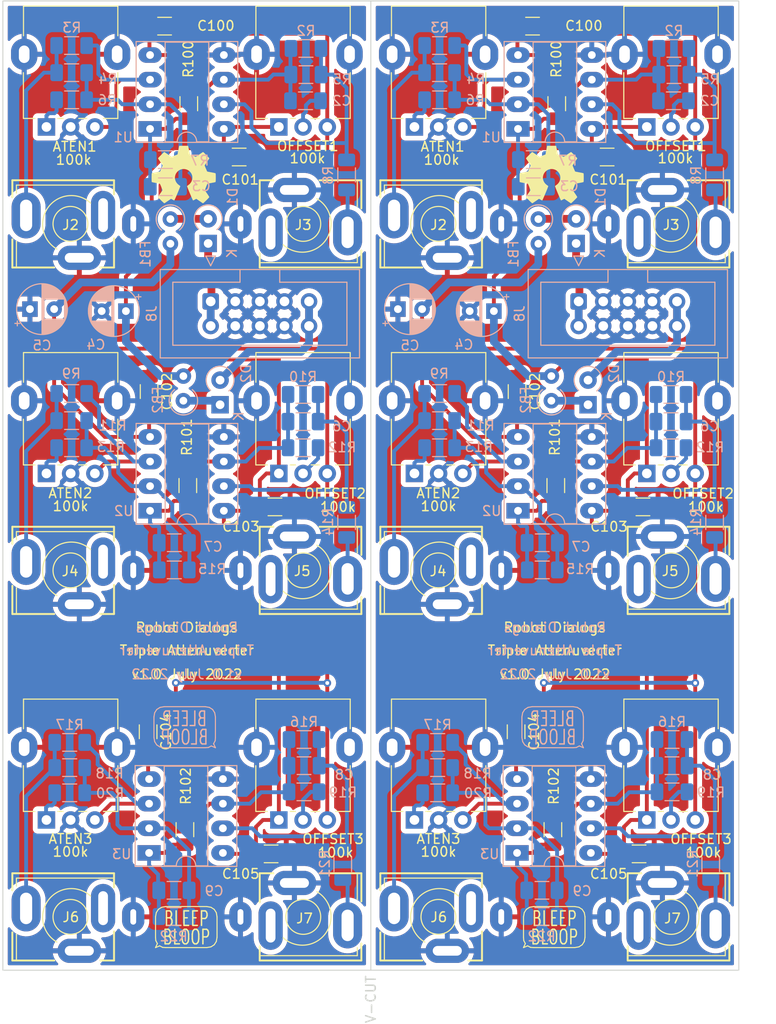
<source format=kicad_pcb>
(kicad_pcb (version 20211014) (generator pcbnew)
  (title_block (title "Triple Attenuverter") (date "2022-07-05") (rev "1.0") (company "RobotDialogs") (comment 1 "This deisgn is by Befaco, see their Dual Attenuverter v2."))
  (layers (0 "F.Cu" signal) (31 "B.Cu" signal) (34 "B.Paste" user) (35 "F.Paste" user) (36 "B.SilkS" user "B.Silkscreen") (37 "F.SilkS" user "F.Silkscreen") (38 "B.Mask" user) (39 "F.Mask" user) (44 "Edge.Cuts" user))
  (net 0 "")
  (net 1 "+12V")
  (net 2 "GND")
  (net 3 "-12V")
  (net 4 "Net-(ATEN1-Pad1)")
  (net 5 "Net-(ATEN1-Pad3)")
  (net 6 "-12VA")
  (net 7 "Net-(C2-Pad1)")
  (net 8 "Net-(C2-Pad2)")
  (net 9 "+12VA")
  (net 10 "Net-(C3-Pad1)")
  (net 11 "Net-(C3-Pad2)")
  (net 12 "Net-(C6-Pad1)")
  (net 13 "Net-(C6-Pad2)")
  (net 14 "/Attenuverter Block/IN")
  (net 16 "/Attenuverter Block/OUT")
  (net 18 "Net-(OFFSET1-Pad2)")
  (net 19 "Net-(ATEN2-Pad1)")
  (net 20 "Net-(ATEN2-Pad3)")
  (net 21 "Net-(ATEN3-Pad1)")
  (net 22 "Net-(ATEN3-Pad3)")
  (net 23 "Net-(C9-Pad1)")
  (net 24 "Net-(C9-Pad2)")
  (net 25 "Net-(C7-Pad1)")
  (net 26 "Net-(C7-Pad2)")
  (net 27 "Net-(C8-Pad1)")
  (net 28 "Net-(C8-Pad2)")
  (net 29 "Net-(D1-Pad2)")
  (net 30 "Net-(D2-Pad1)")
  (net 31 "/Attenuverter Block1/IN")
  (net 33 "/Attenuverter Block1/OUT")
  (net 35 "/Attenuverter Block2/IN")
  (net 37 "/Attenuverter Block2/OUT")
  (net 39 "Net-(OFFSET2-Pad2)")
  (net 40 "Net-(OFFSET3-Pad2)")
  (footprint "Capacitor_SMD:C_1206_3216Metric_Pad1.33x1.80mm_HandSolder" (layer "F.Cu") (at 164.4 66.1)
    (fp_text reference "C101")
    (fp_text value "10nF")
  )
  (footprint "My Stuff:Potentiometer_Alpha_RD901F-40-00D_Single_Vertical_w_3d" (layer "F.Cu") (at 147 91.25 90)
    (fp_text reference "ATEN2")
    (fp_text value "100k")
  )
  (footprint "My Stuff:Jack_3.5mm_MJ-355W_and_PJ398SM_Vertical" (layer "F.Cu") (at 171 73 -90)
    (fp_text reference "J3")
    (fp_text value "AudioJack2_SwitchT")
  )
  (footprint "My Stuff:Jack_3.5mm_MJ-355W_and_PJ398SM_Vertical" (layer "F.Cu") (at 209 73 -90)
    (fp_text reference "J3")
    (fp_text value "AudioJack2_SwitchT")
  )
  (footprint "Capacitor_SMD:C_1206_3216Metric_Pad1.33x1.80mm_HandSolder" (layer "F.Cu") (at 156.7 52.6 180)
    (fp_text reference "C100")
    (fp_text value "10nF")
  )
  (footprint "My Stuff:Potentiometer_Alpha_RD901F-40-00D_Single_Vertical_w_3d" (layer "F.Cu") (at 185 55.5 90)
    (fp_text reference "ATEN1")
    (fp_text value "100k")
  )
  (footprint "Resistor_SMD:R_1206_3216Metric_Pad1.30x1.75mm_HandSolder" (layer "F.Cu") (at 159.1 100 90)
    (fp_text reference "R101")
    (fp_text value "10k")
  )
  (footprint "My Stuff:Potentiometer_Alpha_RD901F-40-00D_Single_Vertical_w_3d" (layer "F.Cu") (at 209 91.25 90)
    (fp_text reference "OFFSET2")
    (fp_text value "100k")
  )
  (footprint "Capacitor_SMD:C_1206_3216Metric_Pad1.33x1.80mm_HandSolder" (layer "F.Cu") (at 155.1 90.3 -90)
    (fp_text reference "C102")
    (fp_text value "10nF")
  )
  (footprint "My Stuff:Jack_3.5mm_MJ-355W_and_PJ398SM_Vertical" (layer "F.Cu") (at 185 73 90)
    (fp_text reference "J2")
    (fp_text value "AudioJack2_SwitchT")
  )
  (footprint "Capacitor_SMD:C_1206_3216Metric_Pad1.33x1.80mm_HandSolder" (layer "F.Cu") (at 193 125.4 -90)
    (fp_text reference "C104")
    (fp_text value "10nF")
  )
  (footprint "My Stuff:Logo1" (layer "F.Cu") (at 158.916281 145.541669)
    (fp_text reference "LOGO102" hide)
    (fp_text value "logo1" hide)
  )
  (footprint "My Stuff:Potentiometer_Alpha_RD901F-40-00D_Single_Vertical_w_3d" (layer "F.Cu") (at 171 55.5 90)
    (fp_text reference "OFFSET1")
    (fp_text value "100k")
  )
  (footprint "My Stuff:Jack_3.5mm_MJ-355W_and_PJ398SM_Vertical" (layer "F.Cu") (at 185 108.75 90)
    (fp_text reference "J4")
    (fp_text value "AudioJack2_SwitchT")
  )
  (footprint "My Stuff:Jack_3.5mm_MJ-355W_and_PJ398SM_Vertical" (layer "F.Cu") (at 209 108.75 -90)
    (fp_text reference "J5")
    (fp_text value "AudioJack2_SwitchT")
  )
  (footprint "Capacitor_SMD:C_1206_3216Metric_Pad1.33x1.80mm_HandSolder" (layer "F.Cu") (at 168.1 102.2)
    (fp_text reference "C103")
    (fp_text value "10nF")
  )
  (footprint "Capacitor_SMD:C_1206_3216Metric_Pad1.33x1.80mm_HandSolder" (layer "F.Cu") (at 193.1 90.3 -90)
    (fp_text reference "C102")
    (fp_text value "10nF")
  )
  (footprint "Resistor_SMD:R_1206_3216Metric_Pad1.30x1.75mm_HandSolder" (layer "F.Cu") (at 196.8 135.5 90)
    (fp_text reference "R102")
    (fp_text value "10k")
  )
  (footprint "Capacitor_SMD:C_1206_3216Metric_Pad1.33x1.80mm_HandSolder" (layer "F.Cu") (at 155 125.4 -90)
    (fp_text reference "C104")
    (fp_text value "10nF")
  )
  (footprint "Resistor_SMD:R_1206_3216Metric_Pad1.30x1.75mm_HandSolder" (layer "F.Cu") (at 197.1 100 90)
    (fp_text reference "R101")
    (fp_text value "10k")
  )
  (footprint "My Stuff:Logo1" (layer "F.Cu") (at 196.916281 145.541669)
    (fp_text reference "LOGO102" hide)
    (fp_text value "logo1" hide)
  )
  (footprint "My Stuff:Jack_3.5mm_MJ-355W_and_PJ398SM_Vertical" (layer "F.Cu") (at 147 73 90)
    (fp_text reference "J2")
    (fp_text value "AudioJack2_SwitchT")
  )
  (footprint "My Stuff:Potentiometer_Alpha_RD901F-40-00D_Single_Vertical_w_3d" (layer "F.Cu") (at 209 55.5 90)
    (fp_text reference "OFFSET1")
    (fp_text value "100k")
  )
  (footprint "Capacitor_SMD:C_1206_3216Metric_Pad1.33x1.80mm_HandSolder" (layer "F.Cu") (at 206.1 102.2)
    (fp_text reference "C103")
    (fp_text value "10nF")
  )
  (footprint "My Stuff:Jack_3.5mm_MJ-355W_and_PJ398SM_Vertical" (layer "F.Cu") (at 209 144.5 -90)
    (fp_text reference "J7")
    (fp_text value "AudioJack2_SwitchT")
  )
  (footprint "My Stuff:Jack_3.5mm_MJ-355W_and_PJ398SM_Vertical" (layer "F.Cu") (at 185 144.5 90)
    (fp_text reference "J6")
    (fp_text value "AudioJack2_SwitchT")
  )
  (footprint "Resistor_SMD:R_1206_3216Metric_Pad1.30x1.75mm_HandSolder" (layer "F.Cu") (at 197.2 60.6 90)
    (fp_text reference "R100")
    (fp_text value "10k")
  )
  (footprint "My Stuff:Potentiometer_Alpha_RD901F-40-00D_Single_Vertical_w_3d" (layer "F.Cu") (at 209 127 90)
    (fp_text reference "OFFSET3")
    (fp_text value "100k")
  )
  (footprint "My Stuff:Potentiometer_Alpha_RD901F-40-00D_Single_Vertical_w_3d" (layer "F.Cu") (at 147 55.5 90)
    (fp_text reference "ATEN1")
    (fp_text value "100k")
  )
  (footprint "My Stuff:Jack_3.5mm_MJ-355W_and_PJ398SM_Vertical" (layer "F.Cu") (at 147 108.75 90)
    (fp_text reference "J4")
    (fp_text value "AudioJack2_SwitchT")
  )
  (footprint "Capacitor_SMD:C_1206_3216Metric_Pad1.33x1.80mm_HandSolder" (layer "F.Cu") (at 194.7 52.6 180)
    (fp_text reference "C100")
    (fp_text value "10nF")
  )
  (footprint "My Stuff:Jack_3.5mm_MJ-355W_and_PJ398SM_Vertical" (layer "F.Cu") (at 171 144.5 -90)
    (fp_text reference "J7")
    (fp_text value "AudioJack2_SwitchT")
  )
  (footprint "My Stuff:Logo2" (layer "F.Cu") (at 196.8 124.92)
    (fp_text reference "LOGO101" hide)
    (fp_text value "logo1" hide)
  )
  (footprint "My Stuff:Potentiometer_Alpha_RD901F-40-00D_Single_Vertical_w_3d" (layer "F.Cu") (at 171 91.25 90)
    (fp_text reference "OFFSET2")
    (fp_text value "100k")
  )
  (footprint "Capacitor_SMD:C_1206_3216Metric_Pad1.33x1.80mm_HandSolder" (layer "F.Cu") (at 205.7 138)
    (fp_text reference "C105")
    (fp_text value "10nF")
  )
  (footprint "My Stuff:Potentiometer_Alpha_RD901F-40-00D_Single_Vertical_w_3d" (layer "F.Cu") (at 185 127 90)
    (fp_text reference "ATEN3")
    (fp_text value "100k")
  )
  (footprint "Capacitor_SMD:C_1206_3216Metric_Pad1.33x1.80mm_HandSolder" (layer "F.Cu") (at 167.7 138)
    (fp_text reference "C105")
    (fp_text value "10nF")
  )
  (footprint "Resistor_SMD:R_1206_3216Metric_Pad1.30x1.75mm_HandSolder" (layer "F.Cu") (at 158.8 135.5 90)
    (fp_text reference "R102")
    (fp_text value "10k")
  )
  (footprint "Symbol:OSHW-Symbol_6.7x6mm_SilkScreen" (layer "F.Cu") (at 158.660749 67.923905)
    (fp_text reference "LOGO100" hide)
    (fp_text value "Logo_Open_Hardware_Small" hide)
  )
  (footprint "My Stuff:Potentiometer_Alpha_RD901F-40-00D_Single_Vertical_w_3d" (layer "F.Cu") (at 171 127 90)
    (fp_text reference "OFFSET3")
    (fp_text value "100k")
  )
  (footprint "Resistor_SMD:R_1206_3216Metric_Pad1.30x1.75mm_HandSolder" (layer "F.Cu") (at 159.2 60.6 90)
    (fp_text reference "R100")
    (fp_text value "10k")
  )
  (footprint "My Stuff:Logo2" (layer "F.Cu") (at 158.8 124.92)
    (fp_text reference "LOGO101" hide)
    (fp_text value "logo1" hide)
  )
  (footprint "My Stuff:Jack_3.5mm_MJ-355W_and_PJ398SM_Vertical" (layer "F.Cu") (at 171 108.75 -90)
    (fp_text reference "J5")
    (fp_text value "AudioJack2_SwitchT")
  )
  (footprint "Capacitor_SMD:C_1206_3216Metric_Pad1.33x1.80mm_HandSolder" (layer "F.Cu") (at 202.4 66.1)
    (fp_text reference "C101")
    (fp_text value "10nF")
  )
  (footprint "Symbol:OSHW-Symbol_6.7x6mm_SilkScreen" (layer "F.Cu") (at 196.660749 67.923905)
    (fp_text reference "LOGO100" hide)
    (fp_text value "Logo_Open_Hardware_Small" hide)
  )
  (footprint "My Stuff:Jack_3.5mm_MJ-355W_and_PJ398SM_Vertical" (layer "F.Cu") (at 147 144.5 90)
    (fp_text reference "J6")
    (fp_text value "AudioJack2_SwitchT")
  )
  (footprint "My Stuff:Potentiometer_Alpha_RD901F-40-00D_Single_Vertical_w_3d" (layer "F.Cu") (at 147 127 90)
    (fp_text reference "ATEN3")
    (fp_text value "100k")
  )
  (footprint "My Stuff:Potentiometer_Alpha_RD901F-40-00D_Single_Vertical_w_3d" (layer "F.Cu") (at 185 91.25 90)
    (fp_text reference "ATEN2")
    (fp_text value "100k")
  )
  (footprint "Resistor_SMD:R_1206_3216Metric_Pad1.30x1.75mm_HandSolder" (layer "B.Cu") (at 147.1 96.1 180)
    (fp_text reference "R13")
    (fp_text value "47k")
  )
  (footprint "Inductor_THT:L_Axial_L6.6mm_D2.7mm_P2.54mm_Vertical_Vishay_IM-2" (layer "B.Cu") (at 196.64 91.245 90)
    (fp_text reference "FB2")
    (fp_text value "FerriteBead")
  )
  (footprint "Resistor_SMD:R_1206_3216Metric_Pad1.30x1.75mm_HandSolder" (layer "B.Cu") (at 175.5 103.8 90)
    (fp_text reference "R14")
    (fp_text value "1k")
  )
  (footprint "Resistor_SMD:R_1206_3216Metric_Pad1.30x1.75mm_HandSolder" (layer "B.Cu") (at 157.7 108.7 180)
    (fp_text reference "R15")
    (fp_text value "100k")
  )
  (footprint "Resistor_SMD:R_1206_3216Metric_Pad1.30x1.75mm_HandSolder" (layer "B.Cu") (at 185.1 60.2 180)
    (fp_text reference "R6")
    (fp_text value "47k")
  )
  (footprint "Resistor_SMD:R_1206_3216Metric_Pad1.30x1.75mm_HandSolder" (layer "B.Cu") (at 171.1 126.2 180)
    (fp_text reference "R16")
    (fp_text value "10k")
  )
  (footprint "Resistor_SMD:R_1206_3216Metric_Pad1.30x1.75mm_HandSolder" (layer "B.Cu") (at 209.25 60.3 180)
    (fp_text reference "R5")
    (fp_text value "10k")
  )
  (footprint "Diode_THT:D_A-405_P2.54mm_Vertical_KathodeUp" (layer "B.Cu") (at 200.43 91.66 90)
    (fp_text reference "D2")
    (fp_text value "D")
  )
  (footprint "Capacitor_SMD:C_1206_3216Metric_Pad1.33x1.80mm_HandSolder" (layer "B.Cu") (at 195.67 141.76 180)
    (fp_text reference "C9")
    (fp_text value "10pF")
  )
  (footprint "Resistor_SMD:R_1206_3216Metric_Pad1.30x1.75mm_HandSolder" (layer "B.Cu") (at 146.9 131.7 180)
    (fp_text reference "R20")
    (fp_text value "47k")
  )
  (footprint "Package_DIP:DIP-8_W7.62mm_Socket_LongPads" (layer "B.Cu") (at 155.1 137.9)
    (fp_text reference "U3")
    (fp_text value "TL072")
  )
  (footprint "Resistor_SMD:R_1206_3216Metric_Pad1.30x1.75mm_HandSolder" (layer "B.Cu") (at 171 96.1 180)
    (fp_text reference "R12")
    (fp_text value "10k")
  )
  (footprint "Resistor_SMD:R_1206_3216Metric_Pad1.30x1.75mm_HandSolder" (layer "B.Cu") (at 156.78 66.37 180)
    (fp_text reference "R7")
    (fp_text value "100k")
  )
  (footprint "Resistor_SMD:R_1206_3216Metric_Pad1.30x1.75mm_HandSolder" (layer "B.Cu") (at 184.9 126.5 180)
    (fp_text reference "R17")
    (fp_text value "100k")
  )
  (footprint "Package_DIP:DIP-8_W7.62mm_Socket_LongPads" (layer "B.Cu") (at 193.2 102.6)
    (fp_text reference "U2")
    (fp_text value "TL072")
  )
  (footprint "Capacitor_SMD:C_1206_3216Metric_Pad1.33x1.80mm_HandSolder" (layer "B.Cu") (at 209.3 57.6)
    (fp_text reference "C2")
    (fp_text value "10pF")
  )
  (footprint "Resistor_SMD:R_1206_3216Metric_Pad1.30x1.75mm_HandSolder" (layer "B.Cu") (at 213.1 139.1 90)
    (fp_text reference "R21")
    (fp_text value "1k")
  )
  (footprint "Inductor_THT:L_Axial_L6.6mm_D2.7mm_P2.54mm_Vertical_Vishay_IM-2" (layer "B.Cu") (at 195.3 72.505 -90)
    (fp_text reference "FB1")
    (fp_text value "FerriteBead")
  )
  (footprint "Diode_THT:D_A-405_P2.54mm_Vertical_KathodeUp" (layer "B.Cu") (at 199.2 75.02 90)
    (fp_text reference "D1")
    (fp_text value "D")
  )
  (footprint "Resistor_SMD:R_1206_3216Metric_Pad1.30x1.75mm_HandSolder" (layer "B.Cu") (at 175.1 139.1 90)
    (fp_text reference "R21")
    (fp_text value "1k")
  )
  (footprint "Resistor_SMD:R_1206_3216Metric_Pad1.30x1.75mm_HandSolder" (layer "B.Cu") (at 209 96.1 180)
    (fp_text reference "R12")
    (fp_text value "10k")
  )
  (footprint "Capacitor_SMD:C_1206_3216Metric_Pad1.33x1.80mm_HandSolder" (layer "B.Cu") (at 209 93.4)
    (fp_text reference "C6")
    (fp_text value "10pF")
  )
  (footprint "Resistor_SMD:R_1206_3216Metric_Pad1.30x1.75mm_HandSolder" (layer "B.Cu") (at 209.1 131.6 180)
    (fp_text reference "R19")
    (fp_text value "10k")
  )
  (footprint "Capacitor_SMD:C_1206_3216Metric_Pad1.33x1.80mm_HandSolder" (layer "B.Cu") (at 195.7 105.9 180)
    (fp_text reference "C7")
    (fp_text value "10pF")
  )
  (footprint "Resistor_SMD:R_1206_3216Metric_Pad1.30x1.75mm_HandSolder" (layer "B.Cu") (at 185.1 96.1 180)
    (fp_text reference "R13")
    (fp_text value "47k")
  )
  (footprint "Resistor_SMD:R_1206_3216Metric_Pad1.30x1.75mm_HandSolder" (layer "B.Cu") (at 209.1 126.2 180)
    (fp_text reference "R16")
    (fp_text value "10k")
  )
  (footprint "Connector_IDC:IDC-Header_2x05_P2.54mm_Vertical" (layer "B.Cu") (at 161.46 81 -90)
    (fp_text reference "J8")
    (fp_text value "Conn_02x05_Odd_Even")
  )
  (footprint "Resistor_SMD:R_1206_3216Metric_Pad1.30x1.75mm_HandSolder" (layer "B.Cu") (at 185.1 93.3)
    (fp_text reference "R11")
    (fp_text value "100k")
  )
  (footprint "Capacitor_THT:CP_Radial_D5.0mm_P2.50mm" (layer "B.Cu") (at 190.705114 82 180)
    (fp_text reference "C4")
    (fp_text value "100uF")
  )
  (footprint "Resistor_SMD:R_1206_3216Metric_Pad1.30x1.75mm_HandSolder" (layer "B.Cu") (at 184.9 129.1)
    (fp_text reference "R18")
    (fp_text value "100k")
  )
  (footprint "Resistor_SMD:R_1206_3216Metric_Pad1.30x1.75mm_HandSolder" (layer "B.Cu") (at 185.1 54.6 180)
    (fp_text reference "R3")
    (fp_text value "100k")
  )
  (footprint "Resistor_SMD:R_1206_3216Metric_Pad1.30x1.75mm_HandSolder" (layer "B.Cu") (at 147.1 57.4)
    (fp_text reference "R4")
    (fp_text value "100k")
  )
  (footprint "Diode_THT:D_A-405_P2.54mm_Vertical_KathodeUp" (layer "B.Cu") (at 162.43 91.66 90)
    (fp_text reference "D2")
    (fp_text value "D")
  )
  (footprint "Resistor_SMD:R_1206_3216Metric_Pad1.30x1.75mm_HandSolder" (layer "B.Cu") (at 195.7 108.7 180)
    (fp_text reference "R15")
    (fp_text value "100k")
  )
  (footprint "Resistor_SMD:R_1206_3216Metric_Pad1.30x1.75mm_HandSolder" (layer "B.Cu") (at 194.78 66.37 180)
    (fp_text reference "R7")
    (fp_text value "100k")
  )
  (footprint "Diode_THT:D_A-405_P2.54mm_Vertical_KathodeUp" (layer "B.Cu") (at 161.2 75.02 90)
    (fp_text reference "D1")
    (fp_text value "D")
  )
  (footprint "Resistor_SMD:R_1206_3216Metric_Pad1.30x1.75mm_HandSolder" (layer "B.Cu") (at 171.1 131.6 180)
    (fp_text reference "R19")
    (fp_text value "10k")
  )
  (footprint "Resistor_SMD:R_1206_3216Metric_Pad1.30x1.75mm_HandSolder" (layer "B.Cu") (at 146.9 129.1)
    (fp_text reference "R18")
    (fp_text value "100k")
  )
  (footprint "Resistor_SMD:R_1206_3216Metric_Pad1.30x1.75mm_HandSolder" (layer "B.Cu") (at 171.25 60.3 180)
    (fp_text reference "R5")
    (fp_text value "10k")
  )
  (footprint "Resistor_SMD:R_1206_3216Metric_Pad1.30x1.75mm_HandSolder" (layer "B.Cu") (at 209 90.6 180)
    (fp_text reference "R10")
    (fp_text value "10k")
  )
  (footprint "Resistor_SMD:R_1206_3216Metric_Pad1.30x1.75mm_HandSolder" (layer "B.Cu") (at 147.1 60.2 180)
    (fp_text reference "R6")
    (fp_text value "47k")
  )
  (footprint "Capacitor_SMD:C_1206_3216Metric_Pad1.33x1.80mm_HandSolder" (layer "B.Cu") (at 156.78 69.170001 180)
    (fp_text reference "C3")
    (fp_text value "10pF")
  )
  (footprint "Capacitor_SMD:C_1206_3216Metric_Pad1.33x1.80mm_HandSolder" (layer "B.Cu") (at 157.67 141.76 180)
    (fp_text reference "C9")
    (fp_text value "10pF")
  )
  (footprint "Capacitor_THT:CP_Radial_D5.0mm_P2.50mm" (layer "B.Cu") (at 180.794886 81.794887)
    (fp_text reference "C5")
    (fp_text value "100uF")
  )
  (footprint "Capacitor_SMD:C_1206_3216Metric_Pad1.33x1.80mm_HandSolder" (layer "B.Cu") (at 171.1 128.9)
    (fp_text reference "C8")
    (fp_text value "10pF")
  )
  (footprint "Capacitor_SMD:C_1206_3216Metric_Pad1.33x1.80mm_HandSolder" (layer "B.Cu") (at 171.3 57.6)
    (fp_text reference "C2")
    (fp_text value "10pF")
  )
  (footprint "Resistor_SMD:R_1206_3216Metric_Pad1.30x1.75mm_HandSolder" (layer "B.Cu") (at 147.1 93.3)
    (fp_text reference "R11")
    (fp_text value "100k")
  )
  (footprint "Package_DIP:DIP-8_W7.62mm_Socket_LongPads" (layer "B.Cu") (at 155.2 63.2)
    (fp_text reference "U1")
    (fp_text value "TL072")
  )
  (footprint "Capacitor_THT:CP_Radial_D5.0mm_P2.50mm" (layer "B.Cu") (at 152.705114 82 180)
    (fp_text reference "C4")
    (fp_text value "100uF")
  )
  (footprint "Resistor_SMD:R_1206_3216Metric_Pad1.30x1.75mm_HandSolder" (layer "B.Cu") (at 209.3 54.9 180)
    (fp_text reference "R2")
    (fp_text value "10k")
  )
  (footprint "Resistor_SMD:R_1206_3216Metric_Pad1.30x1.75mm_HandSolder" (layer "B.Cu") (at 195.67 144.46 180)
    (fp_text reference "R22")
    (fp_text value "100k")
  )
  (footprint "Resistor_SMD:R_1206_3216Metric_Pad1.30x1.75mm_HandSolder" (layer "B.Cu") (at 171.3 54.9 180)
    (fp_text reference "R2")
    (fp_text value "10k")
  )
  (footprint "Capacitor_SMD:C_1206_3216Metric_Pad1.33x1.80mm_HandSolder" (layer "B.Cu") (at 171 93.4)
    (fp_text reference "C6")
    (fp_text value "10pF")
  )
  (footprint "Package_DIP:DIP-8_W7.62mm_Socket_LongPads" (layer "B.Cu") (at 193.2 63.2)
    (fp_text reference "U1")
    (fp_text value "TL072")
  )
  (footprint "Connector_IDC:IDC-Header_2x05_P2.54mm_Vertical" (layer "B.Cu") (at 199.46 81 -90)
    (fp_text reference "J8")
    (fp_text value "Conn_02x05_Odd_Even")
  )
  (footprint "Resistor_SMD:R_1206_3216Metric_Pad1.30x1.75mm_HandSolder" (layer "B.Cu") (at 157.67 144.46 180)
    (fp_text reference "R22")
    (fp_text value "100k")
  )
  (footprint "Capacitor_SMD:C_1206_3216Metric_Pad1.33x1.80mm_HandSolder" (layer "B.Cu") (at 209.1 128.9)
    (fp_text reference "C8")
    (fp_text value "10pF")
  )
  (footprint "Resistor_SMD:R_1206_3216Metric_Pad1.30x1.75mm_HandSolder" (layer "B.Cu") (at 147.1 90.5 180)
    (fp_text reference "R9")
    (fp_text value "100k")
  )
  (footprint "Capacitor_SMD:C_1206_3216Metric_Pad1.33x1.80mm_HandSolder" (layer "B.Cu") (at 157.7 105.9 180)
    (fp_text reference "C7")
    (fp_text value "10pF")
  )
  (footprint "Package_DIP:DIP-8_W7.62mm_Socket_LongPads" (layer "B.Cu") (at 193.1 137.9)
    (fp_text reference "U3")
    (fp_text value "TL072")
  )
  (footprint "Package_DIP:DIP-8_W7.62mm_Socket_LongPads" (layer "B.Cu") (at 155.2 102.6)
    (fp_text reference "U2")
    (fp_text value "TL072")
  )
  (footprint "Resistor_SMD:R_1206_3216Metric_Pad1.30x1.75mm_HandSolder" (layer "B.Cu") (at 146.9 126.5 180)
    (fp_text reference "R17")
    (fp_text value "100k")
  )
  (footprint "Resistor_SMD:R_1206_3216Metric_Pad1.30x1.75mm_HandSolder" (layer "B.Cu") (at 147.1 54.6 180)
    (fp_text reference "R3")
    (fp_text value "100k")
  )
  (footprint "Resistor_SMD:R_1206_3216Metric_Pad1.30x1.75mm_HandSolder" (layer "B.Cu") (at 171 90.6 180)
    (fp_text reference "R10")
    (fp_text value "10k")
  )
  (footprint "Resistor_SMD:R_1206_3216Metric_Pad1.30x1.75mm_HandSolder" (layer "B.Cu") (at 184.9 131.7 180)
    (fp_text reference "R20")
    (fp_text value "47k")
  )
  (footprint "Resistor_SMD:R_1206_3216Metric_Pad1.30x1.75mm_HandSolder" (layer "B.Cu") (at 213.5 103.8 90)
    (fp_text reference "R14")
    (fp_text value "1k")
  )
  (footprint "Capacitor_THT:CP_Radial_D5.0mm_P2.50mm" (layer "B.Cu") (at 142.794886 81.794887)
    (fp_text reference "C5")
    (fp_text value "100uF")
  )
  (footprint "Resistor_SMD:R_1206_3216Metric_Pad1.30x1.75mm_HandSolder" (layer "B.Cu") (at 175.5 67.95 90)
    (fp_text reference "R8")
    (fp_text value "1k")
  )
  (footprint "Inductor_THT:L_Axial_L6.6mm_D2.7mm_P2.54mm_Vertical_Vishay_IM-2" (layer "B.Cu") (at 157.3 72.505 -90)
    (fp_text reference "FB1")
    (fp_text value "FerriteBead")
  )
  (footprint "Resistor_SMD:R_1206_3216Metric_Pad1.30x1.75mm_HandSolder" (layer "B.Cu") (at 185.1 90.5 180)
    (fp_text reference "R9")
    (fp_text value "100k")
  )
  (footprint "Resistor_SMD:R_1206_3216Metric_Pad1.30x1.75mm_HandSolder" (layer "B.Cu") (at 185.1 57.4)
    (fp_text reference "R4")
    (fp_text value "100k")
  )
  (footprint "Capacitor_SMD:C_1206_3216Metric_Pad1.33x1.80mm_HandSolder" (layer "B.Cu") (at 194.78 69.170001 180)
    (fp_text reference "C3")
    (fp_text value "10pF")
  )
  (footprint "Inductor_THT:L_Axial_L6.6mm_D2.7mm_P2.54mm_Vertical_Vishay_IM-2" (layer "B.Cu") (at 158.64 91.245 90)
    (fp_text reference "FB2")
    (fp_text value "FerriteBead")
  )
  (footprint "Resistor_SMD:R_1206_3216Metric_Pad1.30x1.75mm_HandSolder" (layer "B.Cu") (at 213.5 67.95 90)
    (fp_text reference "R8")
    (fp_text value "1k")
  )
  (gr_line (start 178 50) (end 178 150) (layer "Edge.Cuts") (width 0.1))
  (gr_rect (start 140 50) (end 216 150) (layer "Edge.Cuts") (width 0.1) (fill none))
  (gr_text "v1.0 July 2022" (at 197 119.47) (layer "B.SilkS") (effects (font (size 1 1)) (justify mirror)))
  (gr_text "Robot Dialogs" (at 159 114.64) (layer "B.SilkS") (effects (font (size 1 1)) (justify mirror)))
  (gr_text "v1.0 July 2022" (at 159 119.47) (layer "B.SilkS") (effects (font (size 1 1)) (justify mirror)))
  (gr_text "Robot Dialogs" (at 197 114.64) (layer "B.SilkS") (effects (font (size 1 1)) (justify mirror)))
  (gr_text "Triple Attenuverter" (at 159 117) (layer "B.SilkS") (effects (font (size 1 1)) (justify mirror)))
  (gr_text "Triple Attenuverter" (at 197 117) (layer "B.SilkS") (effects (font (size 1 1)) (justify mirror)))
  (gr_text "v1.0 July 2022" (at 197 119.47) (layer "F.SilkS") (effects (font (size 1 1))))
  (gr_text "Triple Attenuverter" (at 197 117) (layer "F.SilkS") (effects (font (size 1 1))))
  (gr_text "Robot Dialogs" (at 159 114.64) (layer "F.SilkS") (effects (font (size 1 1))))
  (gr_text "v1.0 July 2022" (at 159 119.47) (layer "F.SilkS") (effects (font (size 1 1))))
  (gr_text "Triple Attenuverter" (at 159 117) (layer "F.SilkS") (effects (font (size 1 1))))
  (gr_text "Robot Dialogs" (at 197 114.64) (layer "F.SilkS") (effects (font (size 1 1))))
  (gr_text "V-CUT" (at 178 153 90) (layer "Edge.Cuts") (effects (font (size 1 1))))
  (segment (start 166.1375 135.2125) (end 166.1375 138) (width 0.4) (layer "F.Cu") (net 1))
  (segment (start 195.88 66.1) (end 200.8375 66.1) (width 0.4) (layer "F.Cu") (net 1))
  (segment (start 206.5 98.75) (end 205.22 98.75) (width 0.4) (layer "F.Cu") (net 1))
  (segment (start 190.705114 82) (end 190.705114 78.434886) (width 0.4) (layer "F.Cu") (net 1))
  (segment (start 168.5 63) (end 163.02 63) (width 0.4) (layer "F.Cu") (net 1))
  (segment (start 152.705114 82) (end 152.705114 78.434886) (width 0.4) (layer "F.Cu") (net 1))
  (segment (start 200.82 63.2) (end 200.82 66.0825) (width 0.4) (layer "F.Cu") (net 1))
  (segment (start 193.37 75.77) (end 193.37 68.61) (width 0.4) (layer "F.Cu") (net 1))
  (segment (start 166.85 134.5) (end 166.1375 135.2125) (width 0.4) (layer "F.Cu") (net 1))
  (segment (start 193.37 68.61) (end 195.88 66.1) (width 0.4) (layer "F.Cu") (net 1))
  (segment (start 200.82 138) (end 200.72 137.9) (width 0.4) (layer "F.Cu") (net 1))
  (segment (start 203.13 102.2) (end 204.5375 102.2) (width 0.4) (layer "F.Cu") (net 1))
  (segment (start 164.73 102.6) (end 165.13 102.2) (width 0.4) (layer "F.Cu") (net 1))
  (segment (start 206.5 86.99) (end 198.355 86.99) (width 0.4) (layer "F.Cu") (net 1))
  (segment (start 162.82 138) (end 162.72 137.9) (width 0.4) (layer "F.Cu") (net 1))
  (segment (start 166.1375 138) (end 162.82 138) (width 0.4) (layer "F.Cu") (net 1))
  (segment (start 200.82 102.6) (end 202.73 102.6) (width 0.4) (layer "F.Cu") (net 1))
  (segment (start 206.5 98.75) (end 206.5 86.99) (width 0.4) (layer "F.Cu") (net 1))
  (segment (start 162.13 111.76) (end 162.13 105.6) (width 0.4) (layer "F.Cu") (net 1))
  (segment (start 200.82 104.91) (end 200.82 102.6) (width 0.4) (layer "F.Cu") (net 1))
  (segment (start 200.13 105.6) (end 200.82 104.91) (width 0.4) (layer "F.Cu") (net 1))
  (segment (start 162.82 102.6) (end 164.73 102.6) (width 0.4) (layer "F.Cu") (net 1))
  (segment (start 204.1375 138) (end 200.82 138) (width 0.4) (layer "F.Cu") (net 1))
  (segment (start 168.5 98.75) (end 168.5 86.99) (width 0.4) (layer "F.Cu") (net 1))
  (segment (start 205.22 98.75) (end 204.5375 99.4325) (width 0.4) (layer "F.Cu") (net 1))
  (segment (start 168.5 86.99) (end 160.355 86.99) (width 0.4) (layer "F.Cu") (net 1))
  (segment (start 165.13 102.2) (end 166.5375 102.2) (width 0.4) (layer "F.Cu") (net 1))
  (segment (start 200.82 66.0825) (end 200.8375 66.1) (width 0.4) (layer "F.Cu") (net 1))
  (segment (start 168.5 134.5) (end 168.5 118.13) (width 0.4) (layer "F.Cu") (net 1))
  (segment (start 190.705114 78.434886) (end 193.37 75.77) (width 0.4) (layer "F.Cu") (net 1))
  (segment (start 204.5375 99.4325) (end 204.5375 102.2) (width 0.4) (layer "F.Cu") (net 1))
  (segment (start 168.5 134.5) (end 166.85 134.5) (width 0.4) (layer "F.Cu") (net 1))
  (segment (start 155.37 75.77) (end 155.37 68.61) (width 0.4) (layer "F.Cu") (net 1))
  (segment (start 206.5 63) (end 201.02 63) (width 0.4) (layer "F.Cu") (net 1))
  (segment (start 168.5 98.75) (end 167.22 98.75) (width 0.4) (layer "F.Cu") (net 1))
  (segment (start 162.82 63.2) (end 162.82 66.0825) (width 0.4) (layer "F.Cu") (net 1))
  (segment (start 201.02 63) (end 200.82 63.2) (width 0.4) (layer "F.Cu") (net 1))
  (segment (start 166.5375 99.4325) (end 166.5375 102.2) (width 0.4) (layer "F.Cu") (net 1))
  (segment (start 206.5 118.13) (end 200.13 111.76) (width 0.4) (layer "F.Cu") (net 1))
  (segment (start 200.13 111.76) (end 200.13 105.6) (width 0.4) (layer "F.Cu") (net 1))
  (segment (start 162.82 66.0825) (end 162.8375 66.1) (width 0.4) (layer "F.Cu") (net 1))
  (segment (start 157.88 66.1) (end 162.8375 66.1) (width 0.4) (layer "F.Cu") (net 1))
  (segment (start 167.22 98.75) (end 166.5375 99.4325) (width 0.4) (layer "F.Cu") (net 1))
  (segment (start 163.02 63) (end 162.82 63.2) (width 0.4) (layer "F.Cu") (net 1))
  (segment (start 168.5 118.13) (end 162.13 111.76) (width 0.4) (layer "F.Cu") (net 1))
  (segment (start 155.37 68.61) (end 157.88 66.1) (width 0.4) (layer "F.Cu") (net 1))
  (segment (start 206.5 134.5) (end 204.85 134.5) (width 0.4) (layer "F.Cu") (net 1))
  (segment (start 204.85 134.5) (end 204.1375 135.2125) (width 0.4) (layer "F.Cu") (net 1))
  (segment (start 152.705114 78.434886) (end 155.37 75.77) (width 0.4) (layer "F.Cu") (net 1))
  (segment (start 198.355 86.99) (end 196.64 88.705) (width 0.4) (layer "F.Cu") (net 1))
  (segment (start 202.73 102.6) (end 203.13 102.2) (width 0.4) (layer "F.Cu") (net 1))
  (segment (start 162.82 104.91) (end 162.82 102.6) (width 0.4) (layer "F.Cu") (net 1))
  (segment (start 204.1375 135.2125) (end 204.1375 138) (width 0.4) (layer "F.Cu") (net 1))
  (segment (start 206.5 134.5) (end 206.5 118.13) (width 0.4) (layer "F.Cu") (net 1))
  (segment (start 162.13 105.6) (end 162.82 104.91) (width 0.4) (layer "F.Cu") (net 1))
  (segment (start 160.355 86.99) (end 158.64 88.705) (width 0.4) (layer "F.Cu") (net 1))
  (segment (start 194.255 88.705) (end 190.705114 85.155114) (width 0.8) (layer "B.Cu") (net 1))
  (segment (start 152.705114 85.155114) (end 152.705114 82) (width 0.8) (layer "B.Cu") (net 1))
  (segment (start 156.255 88.705) (end 152.705114 85.155114) (width 0.8) (layer "B.Cu") (net 1))
  (segment (start 196.64 88.705) (end 194.255 88.705) (width 0.8) (layer "B.Cu") (net 1))
  (segment (start 190.705114 85.155114) (end 190.705114 82) (width 0.8) (layer "B.Cu") (net 1))
  (segment (start 158.64 88.705) (end 156.255 88.705) (width 0.8) (layer "B.Cu") (net 1))
  (segment (start 173.5 98.75) (end 173.5 85.87) (width 0.4) (layer "F.Cu") (net 3))
  (segment (start 211.5 63) (end 211.5 53.38) (width 0.4) (layer "F.Cu") (net 3))
  (segment (start 211.5 53.38) (end 199.19 53.38) (width 0.4) (layer "F.Cu") (net 3))
  (segment (start 157.86 126.55) (end 157.86 120.35) (width 0.4) (layer "F.Cu") (net 3))
  (segment (start 155 126.9625) (end 157.4475 126.9625) (width 0.4) (layer "F.Cu") (net 3))
  (segment (start 173.5 134.5) (end 173.5 120.37) (width 0.4) (layer "F.Cu") (net 3))
  (segment (start 155 130.18) (end 155.1 130.28) (width 0.4) (layer "F.Cu") (net 3))
  (segment (start 173.5 85.87) (end 173.5 63) (width 0.4) (layer "F.Cu") (net 3))
  (segment (start 173.5 85.87) (end 145.45 85.87) (width 0.4) (layer "F.Cu") (net 3))
  (segment (start 155.1 91.8625) (end 155.1 94.88) (width 0.4) (layer "F.Cu") (net 3))
  (segment (start 193.1 94.88) (end 193.2 94.98) (width 0.4) (layer "F.Cu") (net 3))
  (segment (start 196.99 55.58) (end 193.2 55.58) (width 0.4) (layer "F.Cu") (net 3))
  (segment (start 193.1375 52.6) (end 193.1375 55.5175) (width 0.4) (layer "F.Cu") (net 3))
  (segment (start 161.19 53.38) (end 158.99 55.58) (width 0.4) (layer "F.Cu") (net 3))
  (segment (start 155 126.9625) (end 155 130.18) (width 0.4) (layer "F.Cu") (net 3))
  (segment (start 145.294886 85.714886) (end 145.294886 89.744886) (width 0.4) (layer "F.Cu") (net 3))
  (segment (start 173.5 53.38) (end 161.19 53.38) (width 0.4) (layer "F.Cu") (net 3))
  (segment (start 211.5 85.87) (end 211.5 63) (width 0.4) (layer "F.Cu") (net 3))
  (segment (start 173.5 120.37) (end 173.5 98.75) (width 0.4) (layer "F.Cu") (net 3))
  (segment (start 211.5 98.75) (end 211.5 85.87) (width 0.4) (layer "F.Cu") (net 3))
  (segment (start 145.294886 89.744886) (end 150.53 94.98) (width 0.4) (layer "F.Cu") (net 3))
  (segment (start 145.294886 81.794887) (end 145.294886 85.714886) (width 0.4) (layer "F.Cu") (net 3))
  (segment (start 183.294886 85.714886) (end 183.294886 89.744886) (width 0.4) (layer "F.Cu") (net 3))
  (segment (start 157.4475 126.9625) (end 157.86 126.55) (width 0.4) (layer "F.Cu") (net 3))
  (segment (start 183.294886 89.744886) (end 188.53 94.98) (width 0.4) (layer "F.Cu") (net 3))
  (segment (start 211.5 134.5) (end 211.5 120.37) (width 0.4) (layer "F.Cu") (net 3))
  (segment (start 195.4475 126.9625) (end 195.86 126.55) (width 0.4) (layer "F.Cu") (net 3))
  (segment (start 193 130.18) (end 193.1 130.28) (width 0.4) (layer "F.Cu") (net 3))
  (segment (start 193.1375 55.5175) (end 193.2 55.58) (width 0.4) (layer "F.Cu") (net 3))
  (segment (start 193.1 91.8625) (end 193.1 94.88) (width 0.4) (layer "F.Cu") (net 3))
  (segment (start 199.19 53.38) (end 196.99 55.58) (width 0.4) (layer "F.Cu") (net 3))
  (segment (start 155.1375 52.6) (end 155.1375 55.5175) (width 0.4) (layer "F.Cu") (net 3))
  (segment (start 193 126.9625) (end 195.4475 126.9625) (width 0.4) (layer "F.Cu") (net 3))
  (segment (start 150.53 94.98) (end 155.2 94.98) (width 0.4) (layer "F.Cu") (net 3))
  (segment (start 155.1375 55.5175) (end 155.2 55.58) (width 0.4) (layer "F.Cu") (net 3))
  (segment (start 183.294886 81.794887) (end 183.294886 85.714886) (width 0.4) (layer "F.Cu") (net 3))
  (segment (start 145.45 85.87) (end 145.294886 85.714886) (width 0.4) (layer "F.Cu") (net 3))
  (segment (start 195.86 126.55) (end 195.86 120.35) (width 0.4) (layer "F.Cu") (net 3))
  (segment (start 211.5 85.87) (end 183.45 85.87) (width 0.4) (layer "F.Cu") (net 3))
  (segment (start 188.53 94.98) (end 193.2 94.98) (width 0.4) (layer "F.Cu") (net 3))
  (segment (start 211.5 120.37) (end 211.5 98.75) (width 0.4) (layer "F.Cu") (net 3))
  (segment (start 155.1 94.88) (end 155.2 94.98) (width 0.4) (layer "F.Cu") (net 3))
  (segment (start 173.5 63) (end 173.5 53.38) (width 0.4) (layer "F.Cu") (net 3))
  (segment (start 158.99 55.58) (end 155.2 55.58) (width 0.4) (layer "F.Cu") (net 3))
  (segment (start 183.45 85.87) (end 183.294886 85.714886) (width 0.4) (layer "F.Cu") (net 3))
  (segment (start 193 126.9625) (end 193 130.18) (width 0.4) (layer "F.Cu") (net 3))
  (via (at 173.5 120.37) (size 0.8) (drill 0.4) (layers "F.Cu" "B.Cu") (net 3))
  (via (at 157.86 120.35) (size 0.8) (drill 0.4) (layers "F.Cu" "B.Cu") (net 3))
  (via (at 211.5 120.37) (size 0.8) (drill 0.4) (layers "F.Cu" "B.Cu") (net 3))
  (via (at 195.86 120.35) (size 0.8) (drill 0.4) (layers "F.Cu" "B.Cu") (net 3))
  (segment (start 148.049773 79.04) (end 155.44 79.04) (width 0.8) (layer "B.Cu") (net 3))
  (segment (start 186.049773 79.04) (end 193.44 79.04) (width 0.8) (layer "B.Cu") (net 3))
  (segment (start 157.3 77.18) (end 157.3 75.045) (width 0.8) (layer "B.Cu") (net 3))
  (segment (start 211.48 120.35) (end 211.5 120.37) (width 0.4) (layer "B.Cu") (net 3))
  (segment (start 173.48 120.35) (end 173.5 120.37) (width 0.4) (layer "B.Cu") (net 3))
  (segment (start 195.86 120.35) (end 211.48 120.35) (width 0.4) (layer "B.Cu") (net 3))
  (segment (start 193.44 79.04) (end 195.3 77.18) (width 0.8) (layer "B.Cu") (net 3))
  (segment (start 157.86 120.35) (end 173.48 120.35) (width 0.4) (layer "B.Cu") (net 3))
  (segment (start 183.294886 81.794887) (end 186.049773 79.04) (width 0.8) (layer "B.Cu") (net 3))
  (segment (start 145.294886 81.794887) (end 148.049773 79.04) (width 0.8) (layer "B.Cu") (net 3))
  (segment (start 155.44 79.04) (end 157.3 77.18) (width 0.8) (layer "B.Cu") (net 3))
  (segment (start 195.3 77.18) (end 195.3 75.045) (width 0.8) (layer "B.Cu") (net 3))
  (segment (start 182.5 63) (end 182.5 61.84) (width 0.4) (layer "B.Cu") (net 4))
  (segment (start 182.76 61.58) (end 183.33 61.58) (width 0.4) (layer "B.Cu") (net 4))
  (segment (start 144.5 63) (end 144.5 61.84) (width 0.4) (layer "B.Cu") (net 4))
  (segment (start 182.5 61.84) (end 182.76 61.58) (width 0.4) (layer "B.Cu") (net 4))
  (segment (start 145.33 61.58) (end 145.55 61.36) (width 0.4) (layer "B.Cu") (net 4))
  (segment (start 183.33 61.58) (end 183.55 61.36) (width 0.4) (layer "B.Cu") (net 4))
  (segment (start 144.76 61.58) (end 145.33 61.58) (width 0.4) (layer "B.Cu") (net 4))
  (segment (start 183.55 61.36) (end 183.55 60.2) (width 0.4) (layer "B.Cu") (net 4))
  (segment (start 144.5 61.84) (end 144.76 61.58) (width 0.4) (layer "B.Cu") (net 4))
  (segment (start 145.55 61.36) (end 145.55 60.2) (width 0.4) (layer "B.Cu") (net 4))
  (segment (start 151.72 58.55) (end 152.15 58.12) (width 0.4) (layer "F.Cu") (net 5))
  (segment (start 187.5 63) (end 189.08 63) (width 0.4) (layer "F.Cu") (net 5))
  (segment (start 189.08 63) (end 189.72 62.36) (width 0.4) (layer "F.Cu") (net 5))
  (segment (start 189.72 58.55) (end 190.15 58.12) (width 0.4) (layer "F.Cu") (net 5))
  (segment (start 151.08 63) (end 151.72 62.36) (width 0.4) (layer "F.Cu") (net 5))
  (segment (start 189.72 62.36) (end 189.72 58.55) (width 0.4) (layer "F.Cu") (net 5))
  (segment (start 151.72 62.36) (end 151.72 58.55) (width 0.4) (layer "F.Cu") (net 5))
  (segment (start 149.5 63) (end 151.08 63) (width 0.4) (layer "F.Cu") (net 5))
  (segment (start 190.15 58.12) (end 193.2 58.12) (width 0.4) (layer "F.Cu") (net 5))
  (segment (start 152.15 58.12) (end 155.2 58.12) (width 0.4) (layer "F.Cu") (net 5))
  (segment (start 187.86 57.54) (end 187.86 54.75) (width 0.4) (layer "B.Cu") (net 5))
  (segment (start 148.65 54.6) (end 149.71 54.6) (width 0.4) (layer "B.Cu") (net 5))
  (segment (start 155.2 58.12) (end 150.44 58.12) (width 0.4) (layer "B.Cu") (net 5))
  (segment (start 187.71 54.6) (end 187.86 54.75) (width 0.4) (layer "B.Cu") (net 5))
  (segment (start 150.44 58.12) (end 149.86 57.54) (width 0.4) (layer "B.Cu") (net 5))
  (segment (start 149.71 54.6) (end 149.86 54.75) (width 0.4) (layer "B.Cu") (net 5))
  (segment (start 149.86 57.54) (end 149.86 54.75) (width 0.4) (layer "B.Cu") (net 5))
  (segment (start 193.2 58.12) (end 188.44 58.12) (width 0.4) (layer "B.Cu") (net 5))
  (segment (start 186.65 54.6) (end 187.71 54.6) (width 0.4) (layer "B.Cu") (net 5))
  (segment (start 188.44 58.12) (end 187.86 57.54) (width 0.4) (layer "B.Cu") (net 5))
  (segment (start 199.2 75.02) (end 199.2 77.63) (width 0.8) (layer "F.Cu") (net 6))
  (segment (start 161.2 75.02) (end 161.2 77.63) (width 0.8) (layer "F.Cu") (net 6))
  (segment (start 161.46 83.54) (end 161.46 81) (width 0.8) (layer "F.Cu") (net 6))
  (segment (start 199.54 80.92) (end 199.46 81) (width 0.8) (layer "F.Cu") (net 6))
  (segment (start 199.54 77.97) (end 199.54 80.92) (width 0.8) (layer "F.Cu") (net 6))
  (segment (start 199.2 77.63) (end 199.54 77.97) (width 0.8) (layer "F.Cu") (net 6))
  (segment (start 161.54 80.92) (end 161.46 81) (width 0.8) (layer "F.Cu") (net 6))
  (segment (start 199.46 83.54) (end 199.46 81) (width 0.8) (layer "F.Cu") (net 6))
  (segment (start 161.2 77.63) (end 161.54 77.97) (width 0.8) (layer "F.Cu") (net 6))
  (segment (start 161.54 77.97) (end 161.54 80.92) (width 0.8) (layer "F.Cu") (net 6))
  (segment (start 161.46 83.54) (end 161.46 81) (width 0.8) (layer "B.Cu") (net 6))
  (segment (start 199.46 83.54) (end 199.46 81) (width 0.8) (layer "B.Cu") (net 6))
  (segment (start 199.06 59) (end 197.25 59) (width 0.4) (layer "F.Cu") (net 7))
  (segment (start 197.25 59) (end 197.2 59.05) (width 0.4) (layer "F.Cu") (net 7))
  (segment (start 161.94 58.12) (end 161.06 59) (width 0.4) (layer "F.Cu") (net 7))
  (segment (start 162.82 58.12) (end 161.94 58.12) (width 0.4) (layer "F.Cu") (net 7))
  (segment (start 199.94 58.12) (end 199.06 59) (width 0.4) (layer "F.Cu") (net 7))
  (segment (start 200.82 58.12) (end 199.94 58.12) (width 0.4) (layer "F.Cu") (net 7))
  (segment (start 161.06 59) (end 159.25 59) (width 0.4) (layer "F.Cu") (net 7))
  (segment (start 159.25 59) (end 159.2 59.05) (width 0.4) (layer "F.Cu") (net 7))
  (segment (start 169.75 54.9) (end 169.7 54.95) (width 0.4) (layer "B.Cu") (net 7))
  (segment (start 207.7275 57.59) (end 207.7375 57.6) (width 0.4) (layer "B.Cu") (net 7))
  (segment (start 167.4 58.12) (end 167.93 57.59) (width 0.4) (layer "B.Cu") (net 7))
  (segment (start 169.7 54.95) (end 169.7 60.3) (width 0.4) (layer "B.Cu") (net 7))
  (segment (start 205.4 58.12) (end 205.93 57.59) (width 0.4) (layer "B.Cu") (net 7))
  (segment (start 169.7275 57.59) (end 169.7375 57.6) (width 0.4) (layer "B.Cu") (net 7))
  (segment (start 200.82 58.12) (end 205.4 58.12) (width 0.4) (layer "B.Cu") (net 7))
  (segment (start 205.93 57.59) (end 207.7275 57.59) (width 0.4) (layer "B.Cu") (net 7))
  (segment (start 167.93 57.59) (end 169.7275 57.59) (width 0.4) (layer "B.Cu") (net 7))
  (segment (start 162.82 58.12) (end 167.4 58.12) (width 0.4) (layer "B.Cu") (net 7))
  (segment (start 207.7 54.95) (end 207.7 60.3) (width 0.4) (layer "B.Cu") (net 7))
  (segment (start 207.75 54.9) (end 207.7 54.95) (width 0.4) (layer "B.Cu") (net 7))
  (segment (start 210.85 57.5875) (end 210.8625 57.6) (width 0.4) (layer "B.Cu") (net 8))
  (segment (start 167.27 64.66) (end 165.67 63.06) (width 0.4) (layer "B.Cu") (net 8))
  (segment (start 175.5 58.97) (end 174.13 57.6) (width 0.4) (layer "B.Cu") (net 8))
  (segment (start 213.5 64.66) (end 205.27 64.66) (width 0.4) (layer "B.Cu") (net 8))
  (segment (start 175.5 66.4) (end 175.5 64.66) (width 0.4) (layer "B.Cu") (net 8))
  (segment (start 203.67 63.06) (end 203.67 61.39) (width 0.4) (layer "B.Cu") (net 8))
  (segment (start 164.94 60.66) (end 162.82 60.66) (width 0.4) (layer "B.Cu") (net 8))
  (segment (start 165.67 63.06) (end 165.67 61.39) (width 0.4) (layer "B.Cu") (net 8))
  (segment (start 205.27 64.66) (end 203.67 63.06) (width 0.4) (layer "B.Cu") (net 8))
  (segment (start 175.5 64.66) (end 175.5 58.97) (width 0.4) (layer "B.Cu") (net 8))
  (segment (start 213.5 66.4) (end 213.5 64.66) (width 0.4) (layer "B.Cu") (net 8))
  (segment (start 213.5 64.66) (end 213.5 58.97) (width 0.4) (layer "B.Cu") (net 8))
  (segment (start 165.67 61.39) (end 164.94 60.66) (width 0.4) (layer "B.Cu") (net 8))
  (segment (start 172.85 54.9) (end 172.85 57.5875) (width 0.4) (layer "B.Cu") (net 8))
  (segment (start 172.85 57.5875) (end 172.8625 57.6) (width 0.4) (layer "B.Cu") (net 8))
  (segment (start 202.94 60.66) (end 200.82 60.66) (width 0.4) (layer "B.Cu") (net 8))
  (segment (start 210.85 54.9) (end 210.85 57.5875) (width 0.4) (layer "B.Cu") (net 8))
  (segment (start 212.13 57.6) (end 210.8625 57.6) (width 0.4) (layer "B.Cu") (net 8))
  (segment (start 203.67 61.39) (end 202.94 60.66) (width 0.4) (layer "B.Cu") (net 8))
  (segment (start 175.5 64.66) (end 167.27 64.66) (width 0.4) (layer "B.Cu") (net 8))
  (segment (start 174.13 57.6) (end 172.8625 57.6) (width 0.4) (layer "B.Cu") (net 8))
  (segment (start 213.5 58.97) (end 212.13 57.6) (width 0.4) (layer "B.Cu") (net 8))
  (segment (start 171.62 81) (end 171.62 83.54) (width 0.8) (layer "F.Cu") (net 9))
  (segment (start 209.62 81) (end 209.62 83.54) (width 0.8) (layer "F.Cu") (net 9))
  (segment (start 170.79 86.2) (end 171.62 85.37) (width 0.8) (layer "B.Cu") (net 9))
  (segment (start 209.62 85.37) (end 209.62 83.54) (width 0.8) (layer "B.Cu") (net 9))
  (segment (start 162.43 89.12) (end 165.35 86.2) (width 0.8) (layer "B.Cu") (net 9))
  (segment (start 209.62 83.54) (end 209.62 81) (width 0.8) (layer "B.Cu") (net 9))
  (segment (start 203.35 86.2) (end 208.79 86.2) (width 0.8) (layer "B.Cu") (net 9))
  (segment (start 165.35 86.2) (end 170.79 86.2) (width 0.8) (layer "B.Cu") (net 9))
  (segment (start 200.43 89.12) (end 203.35 86.2) (width 0.8) (layer "B.Cu") (net 9))
  (segment (start 208.79 86.2) (end 209.62 85.37) (width 0.8) (layer "B.Cu") (net 9))
  (segment (start 171.62 83.54) (end 171.62 81) (width 0.8) (layer "B.Cu") (net 9))
  (segment (start 171.62 85.37) (end 171.62 83.54) (width 0.8) (layer "B.Cu") (net 9))
  (segment (start 189.86 60.2) (end 186.65 60.2) (width 0.4) (layer "B.Cu") (net 10))
  (segment (start 158.33 69.157501) (end 158.3425 69.170001) (width 0.4) (layer "B.Cu") (net 10))
  (segment (start 190.32 60.66) (end 189.86 60.2) (width 0.4) (layer "B.Cu") (net 10))
  (segment (start 155.2 60.66) (end 152.32 60.66) (width 0.4) (layer "B.Cu") (net 10))
  (segment (start 155.2 60.66) (end 157.26 60.66) (width 0.4) (layer "B.Cu") (net 10))
  (segment (start 152.32 60.66) (end 151.86 60.2) (width 0.4) (layer "B.Cu") (net 10))
  (segment (start 196.33 69.157501) (end 196.3425 69.170001) (width 0.4) (layer "B.Cu") (net 10))
  (segment (start 193.2 60.66) (end 195.26 60.66) (width 0.4) (layer "B.Cu") (net 10))
  (segment (start 148.65 57.4) (end 148.65 60.2) (width 0.4) (layer "B.Cu") (net 10))
  (segment (start 158.33 66.37) (end 158.33 61.73) (width 0.4) (layer "B.Cu") (net 10))
  (segment (start 151.86 60.2) (end 148.65 60.2) (width 0.4) (layer "B.Cu") (net 10))
  (segment (start 196.33 61.73) (end 195.26 60.66) (width 0.4) (layer "B.Cu") (net 10))
  (segment (start 196.33 66.37) (end 196.33 61.73) (width 0.4) (layer "B.Cu") (net 10))
  (segment (start 193.2 60.66) (end 190.32 60.66) (width 0.4) (layer "B.Cu") (net 10))
  (segment (start 196.33 66.37) (end 196.33 69.157501) (width 0.4) (layer "B.Cu") (net 10))
  (segment (start 158.33 66.37) (end 158.33 69.157501) (width 0.4) (layer "B.Cu") (net 10))
  (segment (start 186.65 57.4) (end 186.65 60.2) (width 0.4) (layer "B.Cu") (net 10))
  (segment (start 158.33 61.73) (end 157.26 60.66) (width 0.4) (layer "B.Cu") (net 10))
  (segment (start 194.81 63.2) (end 193.2 63.2) (width 0.4) (layer "F.Cu") (net 11))
  (segment (start 195.86 62.15) (end 194.81 63.2) (width 0.4) (layer "F.Cu") (net 11))
  (segment (start 156.81 63.2) (end 155.2 63.2) (width 0.4) (layer "F.Cu") (net 11))
  (segment (start 159.2 62.15) (end 157.86 62.15) (width 0.4) (layer "F.Cu") (net 11))
  (segment (start 157.86 62.15) (end 156.81 63.2) (width 0.4) (layer "F.Cu") (net 11))
  (segment (start 197.2 62.15) (end 195.86 62.15) (width 0.4) (layer "F.Cu") (net 11))
  (segment (start 193.2 63.2) (end 193.2 66.34) (width 0.4) (layer "B.Cu") (net 11))
  (segment (start 193.2 66.34) (end 193.23 66.37) (width 0.4) (layer "B.Cu") (net 11))
  (segment (start 193.2175 69.170001) (end 193.2175 66.3825) (width 0.4) (layer "B.Cu") (net 11))
  (segment (start 155.2175 69.170001) (end 155.2175 66.3825) (width 0.4) (layer "B.Cu") (net 11))
  (segment (start 155.2 66.34) (end 155.23 66.37) (width 0.4) (layer "B.Cu") (net 11))
  (segment (start 193.2175 66.3825) (end 193.23 66.37) (width 0.4) (layer "B.Cu") (net 11))
  (segment (start 155.2175 66.3825) (end 155.23 66.37) (width 0.4) (layer "B.Cu") (net 11))
  (segment (start 155.2 63.2) (end 155.2 66.34) (width 0.4) (layer "B.Cu") (net 11))
  (segment (start 198.71 97.8) (end 199.01 97.5) (width 0.4) (layer "F.Cu") (net 12))
  (segment (start 161.03 97.52) (end 162.82 97.52) (width 0.4) (layer "F.Cu") (net 12))
  (segment (start 160.71 98.15) (end 160.71 97.8) (width 0.4) (layer "F.Cu") (net 12))
  (segment (start 198.41 98.45) (end 198.71 98.15) (width 0.4) (layer "F.Cu") (net 12))
  (segment (start 160.71 97.8) (end 161.01 97.5) (width 0.4) (layer "F.Cu") (net 12))
  (segment (start 199.01 97.5) (end 199.03 97.52) (width 0.4) (layer "F.Cu") (net 12))
  (segment (start 198.71 98.15) (end 198.71 97.8) (width 0.4) (layer "F.Cu") (net 12))
  (segment (start 160.41 98.45) (end 160.71 98.15) (width 0.4) (layer "F.Cu") (net 12))
  (segment (start 159.1 98.45) (end 160.41 98.45) (width 0.4) (layer "F.Cu") (net 12))
  (segment (start 197.1 98.45) (end 198.41 98.45) (width 0.4) (layer "F.Cu") (net 12))
  (segment (start 199.03 97.52) (end 200.82 97.52) (width 0.4) (layer "F.Cu") (net 12))
  (segment (start 161.01 97.5) (end 161.03 97.52) (width 0.4) (layer "F.Cu") (net 12))
  (segment (start 169.43 96.12) (end 169.45 96.1) (width 0.4) (layer "B.Cu") (net 12))
  (segment (start 162.82 97.52) (end 165.08 97.52) (width 0.4) (layer "B.Cu") (net 12))
  (segment (start 166.48 96.12) (end 169.43 96.12) (width 0.4) (layer "B.Cu") (net 12))
  (segment (start 207.45 90.6) (end 207.45 96.1) (width 0.4) (layer "B.Cu") (net 12))
  (segment (start 200.82 97.52) (end 203.08 97.52) (width 0.4) (layer "B.Cu") (net 12))
  (segment (start 203.08 97.52) (end 204.48 96.12) (width 0.4) (layer "B.Cu") (net 12))
  (segment (start 207.43 96.12) (end 207.45 96.1) (width 0.4) (layer "B.Cu") (net 12))
  (segment (start 169.45 90.6) (end 169.45 96.1) (width 0.4) (layer "B.Cu") (net 12))
  (segment (start 204.48 96.12) (end 207.43 96.12) (width 0.4) (layer "B.Cu") (net 12))
  (segment (start 165.08 97.52) (end 166.48 96.12) (width 0.4) (layer "B.Cu") (net 12))
  (segment (start 172.55 93.3875) (end 172.5625 93.4) (width 0.4) (layer "B.Cu") (net 13))
  (segment (start 203.48 100.06) (end 200.82 100.06) (width 0.4) (layer "B.Cu") (net 13))
  (segment (start 212.35 93.4) (end 213.5 94.55) (width 0.4) (layer "B.Cu") (net 13))
  (segment (start 172.5625 93.4) (end 174.35 93.4) (width 0.4) (layer "B.Cu") (net 13))
  (segment (start 175.5 94.55) (end 175.5 100.44) (width 0.4) (layer "B.Cu") (net 13))
  (segment (start 165.49 100.05) (end 165.48 100.06) (width 0.4) (layer "B.Cu") (net 13))
  (segment (start 203.88 100.44) (end 203.49 100.05) (width 0.4) (layer "B.Cu") (net 13))
  (segment (start 175.5 100.44) (end 165.88 100.44) (width 0.4) (layer "B.Cu") (net 13))
  (segment (start 213.5 100.44) (end 203.88 100.44) (width 0.4) (layer "B.Cu") (net 13))
  (segment (start 213.5 94.55) (end 213.5 100.44) (width 0.4) (layer "B.Cu") (net 13))
  (segment (start 165.48 100.06) (end 162.82 100.06) (width 0.4) (layer "B.Cu") (net 13))
  (segment (start 213.5 100.44) (end 213.5 102.25) (width 0.4) (layer "B.Cu") (net 13))
  (segment (start 175.5 100.44) (end 175.5 102.25) (width 0.4) (layer "B.Cu") (net 13))
  (segment (start 174.35 93.4) (end 175.5 94.55) (width 0.4) (layer "B.Cu") (net 13))
  (segment (start 210.55 90.6) (end 210.55 93.3875) (width 0.4) (layer "B.Cu") (net 13))
  (segment (start 210.5625 93.4) (end 212.35 93.4) (width 0.4) (layer "B.Cu") (net 13))
  (segment (start 210.55 93.3875) (end 210.5625 93.4) (width 0.4) (layer "B.Cu") (net 13))
  (segment (start 203.49 100.05) (end 203.48 100.06) (width 0.4) (layer "B.Cu") (net 13))
  (segment (start 165.88 100.44) (end 165.49 100.05) (width 0.4) (layer "B.Cu") (net 13))
  (segment (start 172.55 90.6) (end 172.55 93.3875) (width 0.4) (layer "B.Cu") (net 13))
  (segment (start 144.24 57.4) (end 142.38 59.26) (width 0.4) (layer "B.Cu") (net 14))
  (segment (start 182.24 57.4) (end 180.38 59.26) (width 0.4) (layer "B.Cu") (net 14))
  (segment (start 142.4 59.28) (end 142.4 72.125) (width 0.4) (layer "B.Cu") (net 14))
  (segment (start 145.55 57.4) (end 144.24 57.4) (width 0.4) (layer "B.Cu") (net 14))
  (segment (start 180.38 59.26) (end 180.4 59.28) (width 0.4) (layer "B.Cu") (net 14))
  (segment (start 180.4 59.28) (end 180.4 72.125) (width 0.4) (layer "B.Cu") (net 14))
  (segment (start 142.38 59.26) (end 142.4 59.28) (width 0.4) (layer "B.Cu") (net 14))
  (segment (start 145.55 57.4) (end 145.55 54.6) (width 0.4) (layer "B.Cu") (net 14))
  (segment (start 183.55 57.4) (end 183.55 54.6) (width 0.4) (layer "B.Cu") (net 14))
  (segment (start 183.55 57.4) (end 182.24 57.4) (width 0.4) (layer "B.Cu") (net 14))
  (segment (start 175.6 69.6) (end 175.6 73.875) (width 0.4) (layer "B.Cu") (net 16))
  (segment (start 213.6 69.6) (end 213.6 73.875) (width 0.4) (layer "B.Cu") (net 16))
  (segment (start 175.5 69.5) (end 175.6 69.6) (width 0.4) (layer "B.Cu") (net 16))
  (segment (start 213.5 69.5) (end 213.6 69.6) (width 0.4) (layer "B.Cu") (net 16))
  (segment (start 209.3 61.42) (end 209.3 60.75) (width 0.4) (layer "B.Cu") (net 18))
  (segment (start 171.3 60.75) (end 171.75 60.3) (width 0.4) (layer "B.Cu") (net 18))
  (segment (start 209 63) (end 209 61.72) (width 0.4) (layer "B.Cu") (net 18))
  (segment (start 171.75 60.3) (end 172.8 60.3) (width 0.4) (layer "B.Cu") (net 18))
  (segment (start 171 61.72) (end 171.3 61.42) (width 0.4) (layer "B.Cu") (net 18))
  (segment (start 171 63) (end 171 61.72) (width 0.4) (layer "B.Cu") (net 18))
  (segment (start 171.3 61.42) (end 171.3 60.75) (width 0.4) (layer "B.Cu") (net 18))
  (segment (start 209.75 60.3) (end 210.8 60.3) (width 0.4) (layer "B.Cu") (net 18))
  (segment (start 209 61.72) (end 209.3 61.42) (width 0.4) (layer "B.Cu") (net 18))
  (segment (start 209.3 60.75) (end 209.75 60.3) (width 0.4) (layer "B.Cu") (net 18))
  (segment (start 145.55 97.3) (end 145.55 96.1) (width 0.4) (layer "B.Cu") (net 19))
  (segment (start 145.4 97.45) (end 145.55 97.3) (width 0.4) (layer "B.Cu") (net 19))
  (segment (start 183.4 97.45) (end 183.55 97.3) (width 0.4) (layer "B.Cu") (net 19))
  (segment (start 144.5 98.75) (end 144.5 97.67) (width 0.4) (layer "B.Cu") (net 19))
  (segment (start 182.5 98.75) (end 182.5 97.67) (width 0.4) (layer "B.Cu") (net 19))
  (segment (start 144.72 97.45) (end 145.4 97.45) (width 0.4) (layer "B.Cu") (net 19))
  (segment (start 182.5 97.67) (end 182.72 97.45) (width 0.4) (layer "B.Cu") (net 19))
  (segment (start 183.55 97.3) (end 183.55 96.1) (width 0.4) (layer "B.Cu") (net 19))
  (segment (start 182.72 97.45) (end 183.4 97.45) (width 0.4) (layer "B.Cu") (net 19))
  (segment (start 144.5 97.67) (end 144.72 97.45) (width 0.4) (layer "B.Cu") (net 19))
  (segment (start 150.73 97.52) (end 149.5 98.75) (width 0.4) (layer "F.Cu") (net 20))
  (segment (start 188.73 97.52) (end 187.5 98.75) (width 0.4) (layer "F.Cu") (net 20))
  (segment (start 155.2 97.52) (end 150.73 97.52) (width 0.4) (layer "F.Cu") (net 20))
  (segment (start 193.2 97.52) (end 188.73 97.52) (width 0.4) (layer "F.Cu") (net 20))
  (segment (start 191.52 97.52) (end 193.2 97.52) (width 0.4) (layer "B.Cu") (net 20))
  (segment (start 153.52 97.52) (end 155.2 97.52) (width 0.4) (layer "B.Cu") (net 20))
  (segment (start 186.65 90.62) (end 187.93 91.9) (width 0.4) (layer "B.Cu") (net 20))
  (segment (start 148.65 90.5) (end 148.65 90.62) (width 0.4) (layer "B.Cu") (net 20))
  (segment (start 186.65 90.5) (end 186.65 90.62) (width 0.4) (layer "B.Cu") (net 20))
  (segment (start 187.93 93.93) (end 191.52 97.52) (width 0.4) (layer "B.Cu") (net 20))
  (segment (start 149.93 93.93) (end 153.52 97.52) (width 0.4) (layer "B.Cu") (net 20))
  (segment (start 187.93 91.9) (end 187.93 93.93) (width 0.4) (layer "B.Cu") (net 20))
  (segment (start 149.93 91.9) (end 149.93 93.93) (width 0.4) (layer "B.Cu") (net 20))
  (segment (start 148.65 90.62) (end 149.93 91.9) (width 0.4) (layer "B.Cu") (net 20))
  (segment (start 144.68 133) (end 144.46 133.22) (width 0.4) (layer "B.Cu") (net 21))
  (segment (start 144.46 133.22) (end 144.46 134.46) (width 0.4) (layer "B.Cu") (net 21))
  (segment (start 183.35 132.73) (end 183.08 133) (width 0.4) (layer "B.Cu") (net 21))
  (segment (start 183.35 131.7) (end 183.35 132.73) (width 0.4) (layer "B.Cu") (net 21))
  (segment (start 182.68 133) (end 182.46 133.22) (width 0.4) (layer "B.Cu") (net 21))
  (segment (start 145.35 132.73) (end 145.08 133) (width 0.4) (layer "B.Cu") (net 21))
  (segment (start 183.08 133) (end 182.68 133) (width 0.4) (layer "B.Cu") (net 21))
  (segment (start 182.46 133.22) (end 182.46 134.46) (width 0.4) (layer "B.Cu") (net 21))
  (segment (start 144.46 134.46) (end 144.5 134.5) (width 0.4) (layer "B.Cu") (net 21))
  (segment (start 182.46 134.46) (end 182.5 134.5) (width 0.4) (layer "B.Cu") (net 21))
  (segment (start 145.35 131.7) (end 145.35 132.73) (width 0.4) (layer "B.Cu") (net 21))
  (segment (start 145.08 133) (end 144.68 133) (width 0.4) (layer "B.Cu") (net 21))
  (segment (start 155.1 132.82) (end 151.18 132.82) (width 0.4) (layer "F.Cu") (net 22))
  (segment (start 189.18 132.82) (end 187.5 134.5) (width 0.4) (layer "F.Cu") (net 22))
  (segment (start 151.18 132.82) (end 149.5 134.5) (width 0.4) (layer "F.Cu") (net 22))
  (segment (start 193.1 132.82) (end 189.18 132.82) (width 0.4) (layer "F.Cu") (net 22))
  (segment (start 155.1 132.82) (end 153.84 132.82) (width 0.4) (layer "B.Cu") (net 22))
  (segment (start 149.79 128.77) (end 149.79 127.84) (width 0.4) (layer "B.Cu") (net 22))
  (segment (start 187.79 128.77) (end 187.79 127.84) (width 0.4) (layer "B.Cu") (net 22))
  (segment (start 191.84 132.82) (end 187.79 128.77) (width 0.4) (layer "B.Cu") (net 22))
  (segment (start 149.79 127.84) (end 148.45 126.5) (width 0.4) (layer "B.Cu") (net 22))
  (segment (start 187.79 127.84) (end 186.45 126.5) (width 0.4) (layer "B.Cu") (net 22))
  (segment (start 193.1 132.82) (end 191.84 132.82) (width 0.4) (layer "B.Cu") (net 22))
  (segment (start 153.84 132.82) (end 149.79 128.77) (width 0.4) (layer "B.Cu") (net 22))
  (segment (start 151.27 131.7) (end 151.83 132.26) (width 0.4) (layer "B.Cu") (net 23))
  (segment (start 159.2325 141.76) (end 159.2325 137.6525) (width 0.4) (layer "B.Cu") (net 23))
  (segment (start 197.2325 137.6525) (end 194.94 135.36) (width 0.4) (layer "B.Cu") (net 23))
  (segment (start 190.21 135.36) (end 193.1 135.36) (width 0.4) (layer "B.Cu") (net 23))
  (segment (start 189.83 132.26) (end 189.83 134.98) (width 0.4) (layer "B.Cu") (net 23))
  (segment (start 189.27 131.7) (end 189.83 132.26) (width 0.4) (layer "B.Cu") (net 23))
  (segment (start 151.83 132.26) (end 151.83 134.98) (width 0.4) (layer "B.Cu") (net 23))
  (segment (start 159.2325 137.6525) (end 156.94 135.36) (width 0.4) (layer "B.Cu") (net 23))
  (segment (start 197.22 141.7725) (end 197.2325 141.76) (width 0.4) (layer "B.Cu") (net 23))
  (segment (start 186.45 129.1) (end 186.45 131.7) (width 0.4) (layer "B.Cu") (net 23))
  (segment (start 159.22 144.46) (end 159.22 141.7725) (width 0.4) (layer "B.Cu") (net 23))
  (segment (start 156.94 135.36) (end 155.1 135.36) (width 0.4) (layer "B.Cu") (net 23))
  (segment (start 186.45 131.7) (end 189.27 131.7) (width 0.4) (layer "B.Cu") (net 23))
  (segment (start 194.94 135.36) (end 193.1 135.36) (width 0.4) (layer "B.Cu") (net 23))
  (segment (start 197.2325 141.76) (end 197.2325 137.6525) (width 0.4) (layer "B.Cu") (net 23))
  (segment (start 189.83 134.98) (end 190.21 135.36) (width 0.4) (layer "B.Cu") (net 23))
  (segment (start 148.45 129.1) (end 148.45 131.7) (width 0.4) (layer "B.Cu") (net 23))
  (segment (start 148.45 131.7) (end 151.27 131.7) (width 0.4) (layer "B.Cu") (net 23))
  (segment (start 152.21 135.36) (end 155.1 135.36) (width 0.4) (layer "B.Cu") (net 23))
  (segment (start 197.22 144.46) (end 197.22 141.7725) (width 0.4) (layer "B.Cu") (net 23))
  (segment (start 151.83 134.98) (end 152.21 135.36) (width 0.4) (layer "B.Cu") (net 23))
  (segment (start 159.22 141.7725) (end 159.2325 141.76) (width 0.4) (layer "B.Cu") (net 23))
  (segment (start 196.8 137.05) (end 195.57 137.05) (width 0.4) (layer "F.Cu") (net 24))
  (segment (start 158.8 137.05) (end 157.57 137.05) (width 0.4) (layer "F.Cu") (net 24))
  (segment (start 194.72 137.9) (end 193.1 137.9) (width 0.4) (layer "F.Cu") (net 24))
  (segment (start 157.57 137.05) (end 156.72 137.9) (width 0.4) (layer "F.Cu") (net 24))
  (segment (start 195.57 137.05) (end 194.72 137.9) (width 0.4) (layer "F.Cu") (net 24))
  (segment (start 156.72 137.9) (end 155.1 137.9) (width 0.4) (layer "F.Cu") (net 24))
  (segment (start 194.1075 141.76) (end 194.1075 144.4475) (width 0.4) (layer "B.Cu") (net 24))
  (segment (start 156.03 140.12) (end 156.03 141.6825) (width 0.4) (layer "B.Cu") (net 24))
  (segment (start 155.1 137.9) (end 155.1 139.19) (width 0.4) (layer "B.Cu") (net 24))
  (segment (start 194.03 140.12) (end 194.03 141.6825) (width 0.4) (layer "B.Cu") (net 24))
  (segment (start 156.1075 144.4475) (end 156.12 144.46) (width 0.4) (layer "B.Cu") (net 24))
  (segment (start 156.03 141.6825) (end 156.1075 141.76) (width 0.4) (layer "B.Cu") (net 24))
  (segment (start 156.1075 141.76) (end 156.1075 144.4475) (width 0.4) (layer "B.Cu") (net 24))
  (segment (start 155.1 139.19) (end 156.03 140.12) (width 0.4) (layer "B.Cu") (net 24))
  (segment (start 194.03 141.6825) (end 194.1075 141.76) (width 0.4) (layer "B.Cu") (net 24))
  (segment (start 194.1075 144.4475) (end 194.12 144.46) (width 0.4) (layer "B.Cu") (net 24))
  (segment (start 193.1 139.19) (end 194.03 140.12) (width 0.4) (layer "B.Cu") (net 24))
  (segment (start 193.1 137.9) (end 193.1 139.19) (width 0.4) (layer "B.Cu") (net 24))
  (segment (start 157.49 103.2) (end 157.49 101.95) (width 0.4) (layer "B.Cu") (net 25))
  (segment (start 151.91 97.52) (end 150.49 96.1) (width 0.4) (layer "B.Cu") (net 25))
  (segment (start 197.2625 105.9) (end 197.2625 108.6875) (width 0.4) (layer "B.Cu") (net 25))
  (segment (start 197.2625 104.9725) (end 195.49 103.2) (width 0.4) (layer "B.Cu") (net 25))
  (segment (start 155.6 100.06) (end 155.2 100.06) (width 0.4) (layer "B.Cu") (net 25))
  (segment (start 195.49 103.2) (end 195.49 101.95) (width 0.4) (layer "B.Cu") (net 25))
  (segment (start 148.65 96.1) (end 148.65 93.3) (width 0.4) (layer "B.Cu") (net 25))
  (segment (start 186.65 96.1) (end 186.65 93.3) (width 0.4) (layer "B.Cu") (net 25))
  (segment (start 188.49 96.1) (end 186.65 96.1) (width 0.4) (layer "B.Cu") (net 25))
  (segment (start 159.2625 104.9725) (end 157.49 103.2) (width 0.4) (layer "B.Cu") (net 25))
  (segment (start 189.91 98.66) (end 189.91 97.52) (width 0.4) (layer "B.Cu") (net 25))
  (segment (start 159.2625 105.9) (end 159.2625 108.6875) (width 0.4) (layer "B.Cu") (net 25))
  (segment (start 197.2625 105.9) (end 197.2625 104.9725) (width 0.4) (layer "B.Cu") (net 25))
  (segment (start 191.31 100.06) (end 189.91 98.66) (width 0.4) (layer "B.Cu") (net 25))
  (segment (start 159.2625 105.9) (end 159.2625 104.9725) (width 0.4) (layer "B.Cu") (net 25))
  (segment (start 159.2625 108.6875) (end 159.25 108.7) (width 0.4) (layer "B.Cu") (net 25))
  (segment (start 150.49 96.1) (end 148.65 96.1) (width 0.4) (layer "B.Cu") (net 25))
  (segment (start 189.91 97.52) (end 188.49 96.1) (width 0.4) (layer "B.Cu") (net 25))
  (segment (start 155.2 100.06) (end 153.31 100.06) (width 0.4) (layer "B.Cu") (net 25))
  (segment (start 153.31 100.06) (end 151.91 98.66) (width 0.4) (layer "B.Cu") (net 25))
  (segment (start 195.49 101.95) (end 193.6 100.06) (width 0.4) (layer "B.Cu") (net 25))
  (segment (start 193.2 100.06) (end 191.31 100.06) (width 0.4) (layer "B.Cu") (net 25))
  (segment (start 157.49 101.95) (end 155.6 100.06) (width 0.4) (layer "B.Cu") (net 25))
  (segment (start 197.2625 108.6875) (end 197.25 108.7) (width 0.4) (layer "B.Cu") (net 25))
  (segment (start 151.91 98.66) (end 151.91 97.52) (width 0.4) (layer "B.Cu") (net 25))
  (segment (start 193.6 100.06) (end 193.2 100.06) (width 0.4) (layer "B.Cu") (net 25))
  (segment (start 157.37 101.89) (end 157.37 102.36) (width 0.4) (layer "F.Cu") (net 26))
  (segment (start 155.2 102.6) (end 157.13 102.6) (width 0.4) (layer "F.Cu") (net 26))
  (segment (start 195.37 101.89) (end 195.37 102.36) (width 0.4) (layer "F.Cu") (net 26))
  (segment (start 159.1 101.55) (end 159.07 101.58) (width 0.4) (layer "F.Cu") (net 26))
  (segment (start 195.13 102.6) (end 195.37 102.36) (width 0.4) (layer "F.Cu") (net 26))
  (segment (start 159.07 101.58) (end 157.68 101.58) (width 0.4) (layer "F.Cu") (net 26))
  (segment (start 197.1 101.55) (end 197.07 101.58) (width 0.4) (layer "F.Cu") (net 26))
  (segment (start 157.68 101.58) (end 157.37 101.89) (width 0.4) (layer "F.Cu") (net 26))
  (segment (start 157.13 102.6) (end 157.37 102.36) (width 0.4) (layer "F.Cu") (net 26))
  (segment (start 193.2 102.6) (end 195.13 102.6) (width 0.4) (layer "F.Cu") (net 26))
  (segment (start 197.07 101.58) (end 195.68 101.58) (width 0.4) (layer "F.Cu") (net 26))
  (segment (start 195.68 101.58) (end 195.37 101.89) (width 0.4) (layer "F.Cu") (net 26))
  (segment (start 194.1375 104.2875) (end 194.1375 105.9) (width 0.4) (layer "B.Cu") (net 26))
  (segment (start 155.2 103.88) (end 155.49 104.17) (width 0.4) (layer "B.Cu") (net 26))
  (segment (start 194.02 104.17) (end 194.1375 104.2875) (width 0.4) (layer "B.Cu") (net 26))
  (segment (start 193.2 102.6) (end 193.2 103.88) (width 0.4) (layer "B.Cu") (net 26))
  (segment (start 156.1375 108.6875) (end 156.15 108.7) (width 0.4) (layer "B.Cu") (net 26))
  (segment (start 156.1375 104.2875) (end 156.1375 105.9) (width 0.4) (layer "B.Cu") (net 26))
  (segment (start 155.2 102.6) (end 155.2 103.88) (width 0.4) (layer "B.Cu") (net 26))
  (segment (start 193.49 104.17) (end 194.02 104.17) (width 0.4) (layer "B.Cu") (net 26))
  (segment (start 194.1375 108.6875) (end 194.15 108.7) (width 0.4) (layer "B.Cu") (net 26))
  (segment (start 155.49 104.17) (end 156.02 104.17) (width 0.4) (layer "B.Cu") (net 26))
  (segment (start 193.2 103.88) (end 193.49 104.17) (width 0.4) (layer "B.Cu") (net 26))
  (segment (start 156.02 104.17) (end 156.1375 104.2875) (width 0.4) (layer "B.Cu") (net 26))
  (segment (start 194.1375 105.9) (end 194.1375 108.6875) (width 0.4) (layer "B.Cu") (net 26))
  (segment (start 156.1375 105.9) (end 156.1375 108.6875) (width 0.4) (layer "B.Cu") (net 26))
  (segment (start 198.24 133.95) (end 199.37 132.82) (width 0.4) (layer "F.Cu") (net 27))
  (segment (start 158.8 133.95) (end 160.24 133.95) (width 0.4) (layer "F.Cu") (net 27))
  (segment (start 161.37 132.82) (end 162.72 132.82) (width 0.4) (layer "F.Cu") (net 27))
  (segment (start 160.24 133.95) (end 161.37 132.82) (width 0.4) (layer "F.Cu") (net 27))
  (segment (start 196.8 133.95) (end 198.24 133.95) (width 0.4) (layer "F.Cu") (net 27))
  (segment (start 199.37 132.82) (end 200.72 132.82) (width 0.4) (layer "F.Cu") (net 27))
  (segment (start 169.51 131.64) (end 169.55 131.6) (width 0.4) (layer "B.Cu") (net 27))
  (segment (start 162.72 132.82) (end 165.5 132.82) (width 0.4) (layer "B.Cu") (net 27))
  (segment (start 200.72 132.82) (end 203.5 132.82) (width 0.4) (layer "B.Cu") (net 27))
  (segment (start 207.55 126.2) (end 207.55 131.6) (width 0.4) (layer "B.Cu") (net 27))
  (segment (start 169.55 126.2) (end 169.55 131.6) (width 0.4) (layer "B.Cu") (net 27))
  (segment (start 207.51 131.64) (end 207.55 131.6) (width 0.4) (layer "B.Cu") (net 27))
  (segment (start 165.5 132.82) (end 166.68 131.64) (width 0.4) (layer "B.Cu") (net 27))
  (segment (start 204.68 131.64) (end 207.51 131.64) (width 0.4) (layer "B.Cu") (net 27))
  (segment (start 203.5 132.82) (end 204.68 131.64) (width 0.4) (layer "B.Cu") (net 27))
  (segment (start 166.68 131.64) (end 169.51 131.64) (width 0.4) (layer "B.Cu") (net 27))
  (segment (start 213.53 136.19) (end 213.53 137.12) (width 0.4) (layer "B.Cu") (net 28))
  (segment (start 166.57 136.19) (end 175.53 136.19) (width 0.4) (layer "B.Cu") (net 28))
  (segment (start 210.65 128.8875) (end 210.6625 128.9) (width 0.4) (layer "B.Cu") (net 28))
  (segment (start 172.6625 128.9) (end 174.06 128.9) (width 0.4) (layer "B.Cu") (net 28))
  (segment (start 172.65 128.8875) (end 172.6625 128.9) (width 0.4) (layer "B.Cu") (net 28))
  (segment (start 162.72 135.36) (end 165.74 135.36) (width 0.4) (layer "B.Cu") (net 28))
  (segment (start 210.65 126.2) (end 210.65 128.8875) (width 0.4) (layer "B.Cu") (net 28))
  (segment (start 175.53 136.19) (end 175.53 137.12) (width 0.4) (layer "B.Cu") (net 28))
  (segment (start 210.6625 128.9) (end 212.06 128.9) (width 0.4) (layer "B.Cu") (net 28))
  (segment (start 172.65 126.2) (end 172.65 128.8875) (width 0.4) (layer "B.Cu") (net 28))
  (segment (start 212.06 128.9) (end 213.53 130.37) (width 0.4) (layer "B.Cu") (net 28))
  (segment (start 203.74 135.36) (end 204.57 136.19) (width 0.4) (layer "B.Cu") (net 28))
  (segment (start 175.53 137.12) (end 175.1 137.55) (width 0.4) (layer "B.Cu") (net 28))
  (segment (start 200.72 135.36) (end 203.74 135.36) (width 0.4) (layer "B.Cu") (net 28))
  (segment (start 175.53 130.37) (end 175.53 136.19) (width 0.4) (layer "B.Cu") (net 28))
  (segment (start 165.74 135.36) (end 166.57 136.19) (width 0.4) (layer "B.Cu") (net 28))
  (segment (start 213.53 130.37) (end 213.53 136.19) (width 0.4) (layer "B.Cu") (net 28))
  (segment (start 204.57 136.19) (end 213.53 136.19) (width 0.4) (layer "B.Cu") (net 28))
  (segment (start 174.06 128.9) (end 175.53 130.37) (width 0.4) (layer "B.Cu") (net 28))
  (segment (start 213.53 137.12) (end 213.1 137.55) (width 0.4) (layer "B.Cu") (net 28))
  (segment (start 161.2 72.48) (end 157.325 72.48) (width 0.8) (layer "F.Cu") (net 29))
  (segment (start 195.325 72.48) (end 195.3 72.505) (width 0.8) (layer "F.Cu") (net 29))
  (segment (start 199.2 72.48) (end 195.325 72.48) (width 0.8) (layer "F.Cu") (net 29))
  (segment (start 157.325 72.48) (end 157.3 72.505) (width 0.8) (layer "F.Cu") (net 29))
  (segment (start 158.64 91.245) (end 162.015 91.245) (width 0.8) (layer "B.Cu") (net 30))
  (segment (start 162.015 91.245) (end 162.43 91.66) (width 0.8) (layer "B.Cu") (net 30))
  (segment (start 196.64 91.245) (end 200.015 91.245) (width 0.8) (layer "B.Cu") (net 30))
  (segment (start 200.015 91.245) (end 200.43 91.66) (width 0.8) (layer "B.Cu") (net 30))
  (segment (start 145.55 93.3) (end 145.55 90.5) (width 0.4) (layer "B.Cu") (net 31))
  (segment (start 180.4 96.45) (end 180.4 107.875) (width 0.4) (layer "B.Cu") (net 31))
  (segment (start 145.55 93.3) (end 142.4 96.45) (width 0.4) (layer "B.Cu") (net 31))
  (segment (start 142.4 96.45) (end 142.4 107.875) (width 0.4) (layer "B.Cu") (net 31))
  (segment (start 183.55 93.3) (end 180.4 96.45) (width 0.4) (layer "B.Cu") (net 31))
  (segment (start 183.55 93.3) (end 183.55 90.5) (width 0.4) (layer "B.Cu") (net 31))
  (segment (start 213.6 105.45) (end 213.6 109.625) (width 0.4) (layer "B.Cu") (net 33))
  (segment (start 175.5 105.35) (end 175.6 105.45) (width 0.4) (layer "B.Cu") (net 33))
  (segment (start 175.6 105.45) (end 175.6 109.625) (width 0.4) (layer "B.Cu") (net 33))
  (segment (start 213.5 105.35) (end 213.6 105.45) (width 0.4) (layer "B.Cu") (net 33))
  (segment (start 145.35 129.1) (end 142.4 132.05) (width 0.4) (layer "B.Cu") (net 35))
  (segment (start 142.4 132.05) (end 142.4 143.625) (width 0.4) (layer "B.Cu") (net 35))
  (segment (start 183.35 129.1) (end 180.4 132.05) (width 0.4) (layer "B.Cu") (net 35))
  (segment (start 145.35 126.5) (end 145.35 129.1) (width 0.4) (layer "B.Cu") (net 35))
  (segment (start 180.4 132.05) (end 180.4 143.625) (width 0.4) (layer "B.Cu") (net 35))
  (segment (start 183.35 126.5) (end 183.35 129.1) (width 0.4) (layer "B.Cu") (net 35))
  (segment (start 175.1 140.65) (end 175.6 141.15) (width 0.4) (layer "B.Cu") (net 37))
  (segment (start 175.6 141.15) (end 175.6 145.375) (width 0.4) (layer "B.Cu") (net 37))
  (segment (start 213.6 141.15) (end 213.6 145.375) (width 0.4) (layer "B.Cu") (net 37))
  (segment (start 213.1 140.65) (end 213.6 141.15) (width 0.4) (layer "B.Cu") (net 37))
  (segment (start 172.55 96.1) (end 172.55 97.2) (width 0.4) (layer "B.Cu") (net 39))
  (segment (start 172.55 97.2) (end 171 98.75) (width 0.4) (layer "B.Cu") (net 39))
  (segment (start 210.55 96.1) (end 210.55 97.2) (width 0.4) (layer "B.Cu") (net 39))
  (segment (start 210.55 97.2) (end 209 98.75) (width 0.4) (layer "B.Cu") (net 39))
  (segment (start 171 134.5) (end 171 132.41) (width 0.4) (layer "B.Cu") (net 40))
  (segment (start 209 134.5) (end 209 132.41) (width 0.4) (layer "B.Cu") (net 40))
  (segment (start 209 132.41) (end 209.81 131.6) (width 0.4) (layer "B.Cu") (net 40))
  (segment (start 209.81 131.6) (end 210.65 131.6) (width 0.4) (layer "B.Cu") (net 40))
  (segment (start 171.81 131.6) (end 172.65 131.6) (width 0.4) (layer "B.Cu") (net 40))
  (segment (start 171 132.41) (end 171.81 131.6) (width 0.4) (layer "B.Cu") (net 40))
  (zone (net 2) (net_name "GND") (layers F&B.Cu) (connect_pads (clearance 0.508)) (min_thickness 0.254) (fill yes (thermal_gap 0.508) (thermal_bridge_width 0.508))
    (polygon (pts (xy 215.5 149.5) (xy 178.5 149.5) (xy 178.5 50.5) (xy 215.5 50.5)))
  )
  (zone locked (net 2) (net_name "GND") (layers F&B.Cu) (connect_pads (clearance 0.508)) (min_thickness 0.254) (fill yes (thermal_gap 0.508) (thermal_bridge_width 0.508))
    (polygon (pts (xy 177.5 149.5) (xy 140.5 149.5) (xy 140.5 50.5) (xy 177.5 50.5)))
  )
)
</source>
